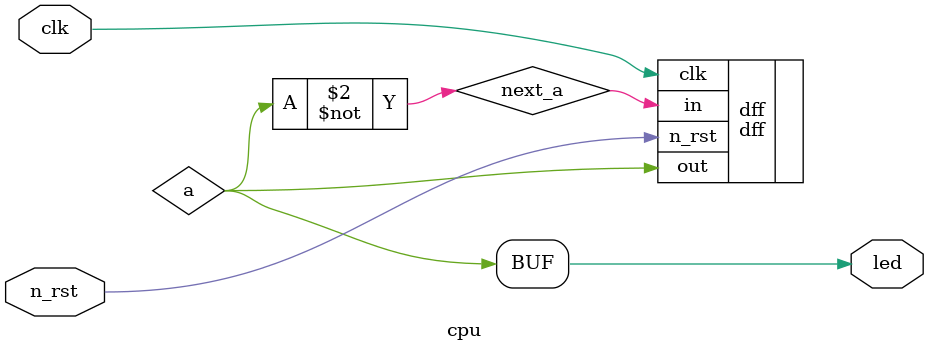
<source format=sv>
module cpu(
    input  logic clk,
    input  logic n_rst,
    output logic led
);

logic a, next_a;

dff dff(.clk, .n_rst, .in(next_a), .out(a));

assign led = a;

always_comb begin
    next_a = ~a;
end

endmodule
</source>
